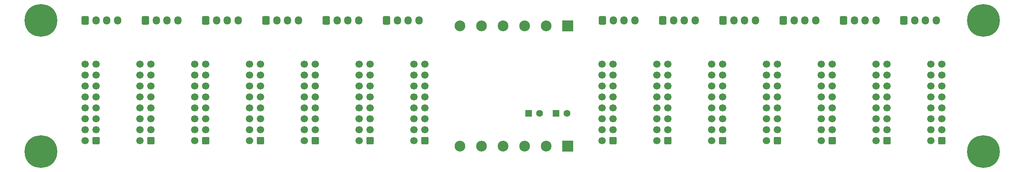
<source format=gbr>
%TF.GenerationSoftware,KiCad,Pcbnew,7.0.11+1*%
%TF.CreationDate,2024-03-07T04:51:48+08:00*%
%TF.ProjectId,EuroPowerBoard v2.0,4575726f-506f-4776-9572-426f61726420,rev?*%
%TF.SameCoordinates,Original*%
%TF.FileFunction,Soldermask,Bot*%
%TF.FilePolarity,Negative*%
%FSLAX46Y46*%
G04 Gerber Fmt 4.6, Leading zero omitted, Abs format (unit mm)*
G04 Created by KiCad (PCBNEW 7.0.11+1) date 2024-03-07 04:51:48*
%MOMM*%
%LPD*%
G01*
G04 APERTURE LIST*
G04 Aperture macros list*
%AMRoundRect*
0 Rectangle with rounded corners*
0 $1 Rounding radius*
0 $2 $3 $4 $5 $6 $7 $8 $9 X,Y pos of 4 corners*
0 Add a 4 corners polygon primitive as box body*
4,1,4,$2,$3,$4,$5,$6,$7,$8,$9,$2,$3,0*
0 Add four circle primitives for the rounded corners*
1,1,$1+$1,$2,$3*
1,1,$1+$1,$4,$5*
1,1,$1+$1,$6,$7*
1,1,$1+$1,$8,$9*
0 Add four rect primitives between the rounded corners*
20,1,$1+$1,$2,$3,$4,$5,0*
20,1,$1+$1,$4,$5,$6,$7,0*
20,1,$1+$1,$6,$7,$8,$9,0*
20,1,$1+$1,$8,$9,$2,$3,0*%
G04 Aperture macros list end*
%ADD10R,2.500000X2.500000*%
%ADD11C,2.500000*%
%ADD12RoundRect,0.250000X-0.600000X-0.725000X0.600000X-0.725000X0.600000X0.725000X-0.600000X0.725000X0*%
%ADD13O,1.700000X1.950000*%
%ADD14C,7.600000*%
%ADD15RoundRect,0.250000X0.600000X0.600000X-0.600000X0.600000X-0.600000X-0.600000X0.600000X-0.600000X0*%
%ADD16C,1.700000*%
%ADD17R,1.600000X1.600000*%
%ADD18C,1.600000*%
G04 APERTURE END LIST*
D10*
%TO.C,J15*%
X160255000Y-67310000D03*
D11*
X155255000Y-67310000D03*
X150255000Y-67310000D03*
X145255000Y-67310000D03*
X140255000Y-67310000D03*
X135255000Y-67310000D03*
%TD*%
D12*
%TO.C,J21*%
X104260000Y-66040000D03*
D13*
X106760000Y-66040000D03*
X109260000Y-66040000D03*
X111760000Y-66040000D03*
%TD*%
D12*
%TO.C,J27*%
X224155000Y-66040000D03*
D13*
X226655000Y-66040000D03*
X229155000Y-66040000D03*
X231655000Y-66040000D03*
%TD*%
D12*
%TO.C,J26*%
X210185000Y-66040000D03*
D13*
X212685000Y-66040000D03*
X215185000Y-66040000D03*
X217685000Y-66040000D03*
%TD*%
D12*
%TO.C,J25*%
X196215000Y-66040000D03*
D13*
X198715000Y-66040000D03*
X201215000Y-66040000D03*
X203715000Y-66040000D03*
%TD*%
D10*
%TO.C,J16*%
X160255000Y-95250000D03*
D11*
X155255000Y-95250000D03*
X150255000Y-95250000D03*
X145255000Y-95250000D03*
X140255000Y-95250000D03*
X135255000Y-95250000D03*
%TD*%
D14*
%TO.C,H4*%
X256540000Y-96520000D03*
%TD*%
%TO.C,H3*%
X256540000Y-66040000D03*
%TD*%
%TO.C,H2*%
X38100000Y-96520000D03*
%TD*%
%TO.C,H1*%
X38100000Y-66040000D03*
%TD*%
D15*
%TO.C,J7*%
X127120000Y-93980000D03*
D16*
X124580000Y-93980000D03*
X127120000Y-91440000D03*
X124580000Y-91440000D03*
X127120000Y-88900000D03*
X124580000Y-88900000D03*
X127120000Y-86360000D03*
X124580000Y-86360000D03*
X127120000Y-83820000D03*
X124580000Y-83820000D03*
X127120000Y-81280000D03*
X124580000Y-81280000D03*
X127120000Y-78740000D03*
X124580000Y-78740000D03*
X127120000Y-76200000D03*
X124580000Y-76200000D03*
%TD*%
D12*
%TO.C,J22*%
X118230000Y-66040000D03*
D13*
X120730000Y-66040000D03*
X123230000Y-66040000D03*
X125730000Y-66040000D03*
%TD*%
D15*
%TO.C,J12*%
X221495000Y-93980000D03*
D16*
X218955000Y-93980000D03*
X221495000Y-91440000D03*
X218955000Y-91440000D03*
X221495000Y-88900000D03*
X218955000Y-88900000D03*
X221495000Y-86360000D03*
X218955000Y-86360000D03*
X221495000Y-83820000D03*
X218955000Y-83820000D03*
X221495000Y-81280000D03*
X218955000Y-81280000D03*
X221495000Y-78740000D03*
X218955000Y-78740000D03*
X221495000Y-76200000D03*
X218955000Y-76200000D03*
%TD*%
D17*
%TO.C,C1*%
X151170000Y-87630000D03*
D18*
X153670000Y-87630000D03*
%TD*%
D15*
%TO.C,J4*%
X89020000Y-93980000D03*
D16*
X86480000Y-93980000D03*
X89020000Y-91440000D03*
X86480000Y-91440000D03*
X89020000Y-88900000D03*
X86480000Y-88900000D03*
X89020000Y-86360000D03*
X86480000Y-86360000D03*
X89020000Y-83820000D03*
X86480000Y-83820000D03*
X89020000Y-81280000D03*
X86480000Y-81280000D03*
X89020000Y-78740000D03*
X86480000Y-78740000D03*
X89020000Y-76200000D03*
X86480000Y-76200000D03*
%TD*%
D15*
%TO.C,J9*%
X183395000Y-93980000D03*
D16*
X180855000Y-93980000D03*
X183395000Y-91440000D03*
X180855000Y-91440000D03*
X183395000Y-88900000D03*
X180855000Y-88900000D03*
X183395000Y-86360000D03*
X180855000Y-86360000D03*
X183395000Y-83820000D03*
X180855000Y-83820000D03*
X183395000Y-81280000D03*
X180855000Y-81280000D03*
X183395000Y-78740000D03*
X180855000Y-78740000D03*
X183395000Y-76200000D03*
X180855000Y-76200000D03*
%TD*%
D15*
%TO.C,J11*%
X208795000Y-93980000D03*
D16*
X206255000Y-93980000D03*
X208795000Y-91440000D03*
X206255000Y-91440000D03*
X208795000Y-88900000D03*
X206255000Y-88900000D03*
X208795000Y-86360000D03*
X206255000Y-86360000D03*
X208795000Y-83820000D03*
X206255000Y-83820000D03*
X208795000Y-81280000D03*
X206255000Y-81280000D03*
X208795000Y-78740000D03*
X206255000Y-78740000D03*
X208795000Y-76200000D03*
X206255000Y-76200000D03*
%TD*%
D12*
%TO.C,J20*%
X90290000Y-66040000D03*
D13*
X92790000Y-66040000D03*
X95290000Y-66040000D03*
X97790000Y-66040000D03*
%TD*%
D17*
%TO.C,C2*%
X157520000Y-87630000D03*
D18*
X160020000Y-87630000D03*
%TD*%
D12*
%TO.C,J24*%
X182245000Y-66040000D03*
D13*
X184745000Y-66040000D03*
X187245000Y-66040000D03*
X189745000Y-66040000D03*
%TD*%
D12*
%TO.C,J18*%
X62350000Y-66040000D03*
D13*
X64850000Y-66040000D03*
X67350000Y-66040000D03*
X69850000Y-66040000D03*
%TD*%
D16*
%TO.C,J8*%
X168155000Y-76200000D03*
X170695000Y-76200000D03*
X168155000Y-78740000D03*
X170695000Y-78740000D03*
X168155000Y-81280000D03*
X170695000Y-81280000D03*
X168155000Y-83820000D03*
X170695000Y-83820000D03*
X168155000Y-86360000D03*
X170695000Y-86360000D03*
X168155000Y-88900000D03*
X170695000Y-88900000D03*
X168155000Y-91440000D03*
X170695000Y-91440000D03*
X168155000Y-93980000D03*
D15*
X170695000Y-93980000D03*
%TD*%
D12*
%TO.C,J17*%
X48380000Y-66040000D03*
D13*
X50880000Y-66040000D03*
X53380000Y-66040000D03*
X55880000Y-66040000D03*
%TD*%
D15*
%TO.C,J1*%
X50920000Y-93980000D03*
D16*
X48380000Y-93980000D03*
X50920000Y-91440000D03*
X48380000Y-91440000D03*
X50920000Y-88900000D03*
X48380000Y-88900000D03*
X50920000Y-86360000D03*
X48380000Y-86360000D03*
X50920000Y-83820000D03*
X48380000Y-83820000D03*
X50920000Y-81280000D03*
X48380000Y-81280000D03*
X50920000Y-78740000D03*
X48380000Y-78740000D03*
X50920000Y-76200000D03*
X48380000Y-76200000D03*
%TD*%
D15*
%TO.C,J2*%
X63620000Y-93980000D03*
D16*
X61080000Y-93980000D03*
X63620000Y-91440000D03*
X61080000Y-91440000D03*
X63620000Y-88900000D03*
X61080000Y-88900000D03*
X63620000Y-86360000D03*
X61080000Y-86360000D03*
X63620000Y-83820000D03*
X61080000Y-83820000D03*
X63620000Y-81280000D03*
X61080000Y-81280000D03*
X63620000Y-78740000D03*
X61080000Y-78740000D03*
X63620000Y-76200000D03*
X61080000Y-76200000D03*
%TD*%
D15*
%TO.C,J13*%
X234195000Y-93980000D03*
D16*
X231655000Y-93980000D03*
X234195000Y-91440000D03*
X231655000Y-91440000D03*
X234195000Y-88900000D03*
X231655000Y-88900000D03*
X234195000Y-86360000D03*
X231655000Y-86360000D03*
X234195000Y-83820000D03*
X231655000Y-83820000D03*
X234195000Y-81280000D03*
X231655000Y-81280000D03*
X234195000Y-78740000D03*
X231655000Y-78740000D03*
X234195000Y-76200000D03*
X231655000Y-76200000D03*
%TD*%
D15*
%TO.C,J10*%
X196095000Y-93980000D03*
D16*
X193555000Y-93980000D03*
X196095000Y-91440000D03*
X193555000Y-91440000D03*
X196095000Y-88900000D03*
X193555000Y-88900000D03*
X196095000Y-86360000D03*
X193555000Y-86360000D03*
X196095000Y-83820000D03*
X193555000Y-83820000D03*
X196095000Y-81280000D03*
X193555000Y-81280000D03*
X196095000Y-78740000D03*
X193555000Y-78740000D03*
X196095000Y-76200000D03*
X193555000Y-76200000D03*
%TD*%
D15*
%TO.C,J3*%
X76320000Y-93980000D03*
D16*
X73780000Y-93980000D03*
X76320000Y-91440000D03*
X73780000Y-91440000D03*
X76320000Y-88900000D03*
X73780000Y-88900000D03*
X76320000Y-86360000D03*
X73780000Y-86360000D03*
X76320000Y-83820000D03*
X73780000Y-83820000D03*
X76320000Y-81280000D03*
X73780000Y-81280000D03*
X76320000Y-78740000D03*
X73780000Y-78740000D03*
X76320000Y-76200000D03*
X73780000Y-76200000D03*
%TD*%
D12*
%TO.C,J31*%
X238125000Y-66040000D03*
D13*
X240625000Y-66040000D03*
X243125000Y-66040000D03*
X245625000Y-66040000D03*
%TD*%
D15*
%TO.C,J5*%
X101720000Y-93980000D03*
D16*
X99180000Y-93980000D03*
X101720000Y-91440000D03*
X99180000Y-91440000D03*
X101720000Y-88900000D03*
X99180000Y-88900000D03*
X101720000Y-86360000D03*
X99180000Y-86360000D03*
X101720000Y-83820000D03*
X99180000Y-83820000D03*
X101720000Y-81280000D03*
X99180000Y-81280000D03*
X101720000Y-78740000D03*
X99180000Y-78740000D03*
X101720000Y-76200000D03*
X99180000Y-76200000D03*
%TD*%
D12*
%TO.C,J23*%
X168275000Y-66040000D03*
D13*
X170775000Y-66040000D03*
X173275000Y-66040000D03*
X175775000Y-66040000D03*
%TD*%
D15*
%TO.C,J6*%
X114420000Y-93980000D03*
D16*
X111880000Y-93980000D03*
X114420000Y-91440000D03*
X111880000Y-91440000D03*
X114420000Y-88900000D03*
X111880000Y-88900000D03*
X114420000Y-86360000D03*
X111880000Y-86360000D03*
X114420000Y-83820000D03*
X111880000Y-83820000D03*
X114420000Y-81280000D03*
X111880000Y-81280000D03*
X114420000Y-78740000D03*
X111880000Y-78740000D03*
X114420000Y-76200000D03*
X111880000Y-76200000D03*
%TD*%
D15*
%TO.C,J14*%
X246895000Y-93980000D03*
D16*
X244355000Y-93980000D03*
X246895000Y-91440000D03*
X244355000Y-91440000D03*
X246895000Y-88900000D03*
X244355000Y-88900000D03*
X246895000Y-86360000D03*
X244355000Y-86360000D03*
X246895000Y-83820000D03*
X244355000Y-83820000D03*
X246895000Y-81280000D03*
X244355000Y-81280000D03*
X246895000Y-78740000D03*
X244355000Y-78740000D03*
X246895000Y-76200000D03*
X244355000Y-76200000D03*
%TD*%
D12*
%TO.C,J19*%
X76320000Y-66040000D03*
D13*
X78820000Y-66040000D03*
X81320000Y-66040000D03*
X83820000Y-66040000D03*
%TD*%
M02*

</source>
